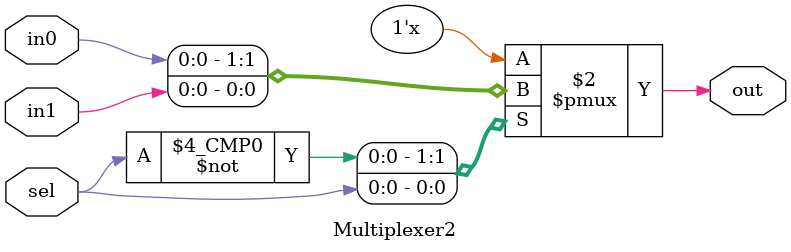
<source format=sv>
module \1_adder (S, Cout, A, B, Cin);
  output S,  Cout;
  input A, B, Cin;
  wire and_0_out, or_0_out, xor_1_out, and_2_out, and_1_out, xor_0_out;
  assign and_0_out = Cin & B;
  assign or_0_out = and_2_out | and_0_out | and_1_out;
  assign Cout = or_0_out;
  assign xor_1_out = xor_0_out ^ Cin;
  assign S = xor_1_out;
  assign and_2_out = Cin & A;
  assign and_1_out = B & A;
  assign xor_0_out = A ^ B;
endmodule


module \4b_adder/subtractor (c4, s3, s2, s1, s0, inp_0, a0, a1, a2, a3, b0, b1, b2, b3);
  output c4,  s3,  s2,  s1,  s0;
  input inp_0, a0, a1, a2, a3, b0, b1, b2, b3;
  wire Multiplexer_3_out, F3_out_0, F3_out_1, not_3_out, Multiplexer_2_out, F2_out_0, F2_out_1, not_2_out, Multiplexer_1_out, F1_out_0, F1_out_1, not_1_out, Multiplexer_0_out, F0_out_0, F0_out_1, not_0_out;
  Multiplexer2 Multiplexer_3(Multiplexer_3_out, b3, not_3_out, inp_0);
  \1_adder  F3(F3_out_0, F3_out_1, a3, Multiplexer_3_out, F2_out_1);
  assign c4 = F3_out_1;
  assign s3 = F3_out_0;
  assign not_3_out = ~b3;
  Multiplexer2 Multiplexer_2(Multiplexer_2_out, b2, not_2_out, inp_0);
  \1_adder  F2(F2_out_0, F2_out_1, a2, Multiplexer_2_out, F1_out_1);
  assign s2 = F2_out_0;
  assign not_2_out = ~b2;
  Multiplexer2 Multiplexer_1(Multiplexer_1_out, b1, not_1_out, inp_0);
  \1_adder  F1(F1_out_0, F1_out_1, a1, Multiplexer_1_out, F0_out_1);
  assign s1 = F1_out_0;
  assign not_1_out = ~b1;
  Multiplexer2 Multiplexer_0(Multiplexer_0_out, b0, not_0_out, inp_0);
  \1_adder  F0(F0_out_0, F0_out_1, a0, Multiplexer_0_out, inp_0);
  assign s0 = F0_out_0;
  assign not_0_out = ~b0;
endmodule

module Multiplexer2(out, in0, in1, sel);
  parameter WIDTH = 1;
  output reg [WIDTH-1:0] out;
  input [WIDTH-1:0] in0, in1;
  input [0:0] sel;
  
  always @ (*)
    case (sel)
      0 : out = in0;
      1 : out = in1;
    endcase
endmodule


</source>
